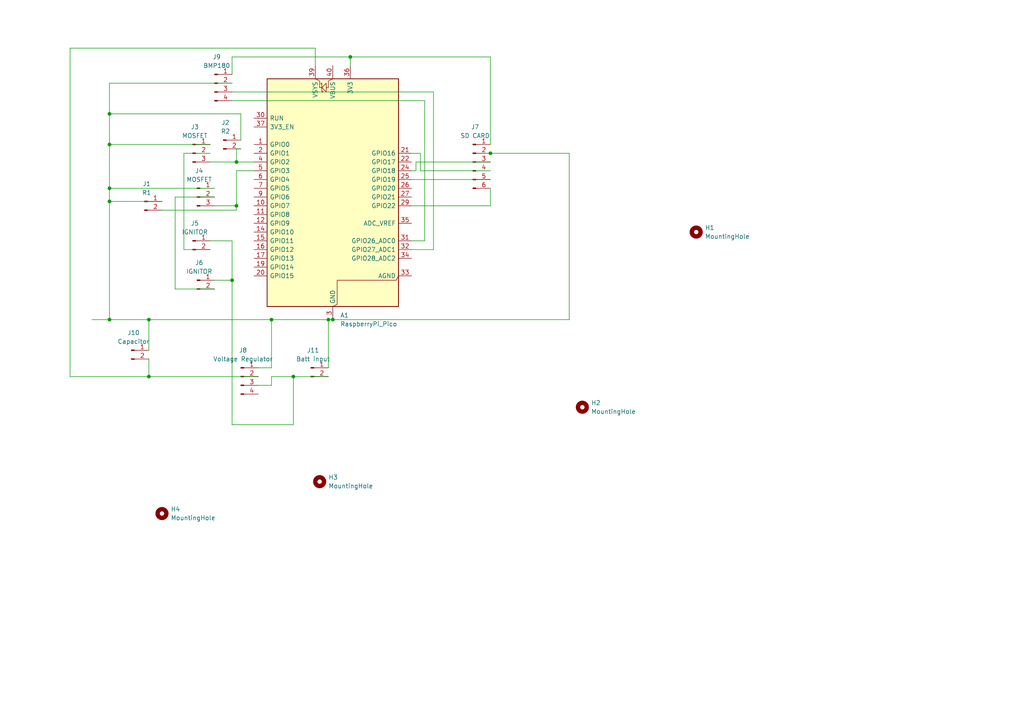
<source format=kicad_sch>
(kicad_sch (version 20250114) (generator "eeschema") (generator_version "9.0")
  (paper "A4")
  (lib_symbols
    (symbol "Connector:Conn_01x02_Pin" (pin_names (offset 1.016) (hide yes))
      (property "Reference" "J" (at 0 2.54 0))
      (property "Value" "Conn_01x02_Pin" (at 0 -5.08 0))
      (symbol "Conn_01x02_Pin_1_1"
        (rectangle (start 0.8636 0.127) (end 0 -0.127) (stroke (width 0.1524)) (fill (type outline)))
        (rectangle (start 0.8636 -2.413) (end 0 -2.667) (stroke (width 0.1524)) (fill (type outline)))
        (polyline (pts (xy 1.27 0) (xy 0.8636 0)) (stroke (width 0.1524)))
        (polyline (pts (xy 1.27 -2.54) (xy 0.8636 -2.54)) (stroke (width 0.1524)))
        (pin passive line (at 5.08 0 180) (length 3.81) (name "Pin_1") (number "1"))
        (pin passive line (at 5.08 -2.54 180) (length 3.81) (name "Pin_2") (number "2"))
      )
    )
    (symbol "Connector:Conn_01x03_Pin" (pin_names (offset 1.016) (hide yes))
      (property "Reference" "J" (at 0 5.08 0))
      (property "Value" "Conn_01x03_Pin" (at 0 -5.08 0))
      (symbol "Conn_01x03_Pin_1_1"
        (rectangle (start 0.8636 2.667) (end 0 2.413) (stroke (width 0.1524)) (fill (type outline)))
        (rectangle (start 0.8636 0.127) (end 0 -0.127) (stroke (width 0.1524)) (fill (type outline)))
        (rectangle (start 0.8636 -2.413) (end 0 -2.667) (stroke (width 0.1524)) (fill (type outline)))
        (polyline (pts (xy 1.27 2.54) (xy 0.8636 2.54)) (stroke (width 0.1524)))
        (polyline (pts (xy 1.27 0) (xy 0.8636 0)) (stroke (width 0.1524)))
        (polyline (pts (xy 1.27 -2.54) (xy 0.8636 -2.54)) (stroke (width 0.1524)))
        (pin passive line (at 5.08 2.54 180) (length 3.81) (name "Pin_1") (number "1"))
        (pin passive line (at 5.08 0 180) (length 3.81) (name "Pin_2") (number "2"))
        (pin passive line (at 5.08 -2.54 180) (length 3.81) (name "Pin_3") (number "3"))
      )
    )
    (symbol "Connector:Conn_01x04_Pin" (pin_names (offset 1.016) (hide yes))
      (property "Reference" "J" (at 0 5.08 0))
      (property "Value" "Conn_01x04_Pin" (at 0 -7.62 0))
      (symbol "Conn_01x04_Pin_1_1"
        (rectangle (start 0.8636 2.667) (end 0 2.413) (stroke (width 0.1524)) (fill (type outline)))
        (rectangle (start 0.8636 0.127) (end 0 -0.127) (stroke (width 0.1524)) (fill (type outline)))
        (rectangle (start 0.8636 -2.413) (end 0 -2.667) (stroke (width 0.1524)) (fill (type outline)))
        (rectangle (start 0.8636 -4.953) (end 0 -5.207) (stroke (width 0.1524)) (fill (type outline)))
        (polyline (pts (xy 1.27 2.54) (xy 0.8636 2.54)) (stroke (width 0.1524)))
        (polyline (pts (xy 1.27 0) (xy 0.8636 0)) (stroke (width 0.1524)))
        (polyline (pts (xy 1.27 -2.54) (xy 0.8636 -2.54)) (stroke (width 0.1524)))
        (polyline (pts (xy 1.27 -5.08) (xy 0.8636 -5.08)) (stroke (width 0.1524)))
        (pin passive line (at 5.08 2.54 180) (length 3.81) (name "Pin_1") (number "1"))
        (pin passive line (at 5.08 0 180) (length 3.81) (name "Pin_2") (number "2"))
        (pin passive line (at 5.08 -2.54 180) (length 3.81) (name "Pin_3") (number "3"))
        (pin passive line (at 5.08 -5.08 180) (length 3.81) (name "Pin_4") (number "4"))
      )
    )
    (symbol "Connector:Conn_01x06_Pin" (pin_names (offset 1.016) (hide yes))
      (property "Reference" "J" (at 0 7.62 0))
      (property "Value" "Conn_01x06_Pin" (at 0 -10.16 0))
      (symbol "Conn_01x06_Pin_1_1"
        (rectangle (start 0.8636 5.207) (end 0 4.953) (stroke (width 0.1524)) (fill (type outline)))
        (rectangle (start 0.8636 2.667) (end 0 2.413) (stroke (width 0.1524)) (fill (type outline)))
        (rectangle (start 0.8636 0.127) (end 0 -0.127) (stroke (width 0.1524)) (fill (type outline)))
        (rectangle (start 0.8636 -2.413) (end 0 -2.667) (stroke (width 0.1524)) (fill (type outline)))
        (rectangle (start 0.8636 -4.953) (end 0 -5.207) (stroke (width 0.1524)) (fill (type outline)))
        (rectangle (start 0.8636 -7.493) (end 0 -7.747) (stroke (width 0.1524)) (fill (type outline)))
        (polyline (pts (xy 1.27 5.08) (xy 0.8636 5.08)) (stroke (width 0.1524)))
        (polyline (pts (xy 1.27 2.54) (xy 0.8636 2.54)) (stroke (width 0.1524)))
        (polyline (pts (xy 1.27 0) (xy 0.8636 0)) (stroke (width 0.1524)))
        (polyline (pts (xy 1.27 -2.54) (xy 0.8636 -2.54)) (stroke (width 0.1524)))
        (polyline (pts (xy 1.27 -5.08) (xy 0.8636 -5.08)) (stroke (width 0.1524)))
        (polyline (pts (xy 1.27 -7.62) (xy 0.8636 -7.62)) (stroke (width 0.1524)))
        (pin passive line (at 5.08 5.08 180) (length 3.81) (name "Pin_1") (number "1"))
        (pin passive line (at 5.08 2.54 180) (length 3.81) (name "Pin_2") (number "2"))
        (pin passive line (at 5.08 0 180) (length 3.81) (name "Pin_3") (number "3"))
        (pin passive line (at 5.08 -2.54 180) (length 3.81) (name "Pin_4") (number "4"))
        (pin passive line (at 5.08 -5.08 180) (length 3.81) (name "Pin_5") (number "5"))
        (pin passive line (at 5.08 -7.62 180) (length 3.81) (name "Pin_6") (number "6"))
      )
    )
    (symbol "MCU_Module:RaspberryPi_Pico" (pin_names (offset 0.762))
      (property "Reference" "A" (at -19.05 35.56 0))
      (property "Value" "RaspberryPi_Pico" (at 7.62 35.56 0))
      (symbol "RaspberryPi_Pico_0_1"
        (rectangle (start -19.05 34.29) (end 19.05 -31.75) (stroke (width 0.254)) (fill (type background)))
        (polyline (pts (xy -5.08 34.29) (xy -3.81 33.655) (xy -3.81 31.75) (xy -3.175 31.75)))
        (polyline (pts (xy -3.429 32.766) (xy -3.429 33.02) (xy -3.175 33.02) (xy -3.175 30.48) (xy -2.921 30.48) (xy -2.921 30.734)))
        (polyline (pts (xy -3.175 31.75) (xy -1.905 33.02) (xy -1.905 30.48) (xy -3.175 31.75)))
        (polyline (pts (xy 0 34.29) (xy -1.27 33.655) (xy -1.27 31.75) (xy -1.905 31.75)))
        (polyline (pts (xy 0 -31.75) (xy 1.27 -31.115) (xy 1.27 -24.13) (xy 18.415 -24.13) (xy 19.05 -22.86)))
      )
      (symbol "RaspberryPi_Pico_1_1"
        (pin passive line (at -22.86 22.86 0) (length 3.81) (name "RUN") (number "30"))
        (pin passive line (at -22.86 20.32 0) (length 3.81) (name "3V3_EN") (number "37"))
        (pin bidirectional line (at -22.86 15.24 0) (length 3.81) (name "GPIO0") (number "1"))
        (pin bidirectional line (at -22.86 12.7 0) (length 3.81) (name "GPIO1") (number "2"))
        (pin bidirectional line (at -22.86 10.16 0) (length 3.81) (name "GPIO2") (number "4"))
        (pin bidirectional line (at -22.86 7.62 0) (length 3.81) (name "GPIO3") (number "5"))
        (pin bidirectional line (at -22.86 5.08 0) (length 3.81) (name "GPIO4") (number "6"))
        (pin bidirectional line (at -22.86 2.54 0) (length 3.81) (name "GPIO5") (number "7"))
        (pin bidirectional line (at -22.86 0 0) (length 3.81) (name "GPIO6") (number "9"))
        (pin bidirectional line (at -22.86 -2.54 0) (length 3.81) (name "GPIO7") (number "10"))
        (pin bidirectional line (at -22.86 -5.08 0) (length 3.81) (name "GPIO8") (number "11"))
        (pin bidirectional line (at -22.86 -7.62 0) (length 3.81) (name "GPIO9") (number "12"))
        (pin bidirectional line (at -22.86 -10.16 0) (length 3.81) (name "GPIO10") (number "14"))
        (pin bidirectional line (at -22.86 -12.7 0) (length 3.81) (name "GPIO11") (number "15"))
        (pin bidirectional line (at -22.86 -15.24 0) (length 3.81) (name "GPIO12") (number "16"))
        (pin bidirectional line (at -22.86 -17.78 0) (length 3.81) (name "GPIO13") (number "17"))
        (pin bidirectional line (at -22.86 -20.32 0) (length 3.81) (name "GPIO14") (number "19"))
        (pin bidirectional line (at -22.86 -22.86 0) (length 3.81) (name "GPIO15") (number "20"))
        (pin power_in line (at -5.08 38.1 270) (length 3.81) (name "VSYS") (number "39"))
        (pin power_out line (at 0 38.1 270) (length 3.81) (name "VBUS") (number "40"))
        (pin passive line (at 0 -35.56 90) (length 3.81) (hide yes) (name "GND") (number "13"))
        (pin passive line (at 0 -35.56 90) (length 3.81) (hide yes) (name "GND") (number "18"))
        (pin passive line (at 0 -35.56 90) (length 3.81) (hide yes) (name "GND") (number "23"))
        (pin passive line (at 0 -35.56 90) (length 3.81) (hide yes) (name "GND") (number "28"))
        (pin power_out line (at 0 -35.56 90) (length 3.81) (name "GND") (number "3"))
        (pin passive line (at 0 -35.56 90) (length 3.81) (hide yes) (name "GND") (number "38"))
        (pin passive line (at 0 -35.56 90) (length 3.81) (hide yes) (name "GND") (number "8"))
        (pin power_out line (at 5.08 38.1 270) (length 3.81) (name "3V3") (number "36"))
        (pin bidirectional line (at 22.86 12.7 180) (length 3.81) (name "GPIO16") (number "21"))
        (pin bidirectional line (at 22.86 10.16 180) (length 3.81) (name "GPIO17") (number "22"))
        (pin bidirectional line (at 22.86 7.62 180) (length 3.81) (name "GPIO18") (number "24"))
        (pin bidirectional line (at 22.86 5.08 180) (length 3.81) (name "GPIO19") (number "25"))
        (pin bidirectional line (at 22.86 2.54 180) (length 3.81) (name "GPIO20") (number "26"))
        (pin bidirectional line (at 22.86 0 180) (length 3.81) (name "GPIO21") (number "27"))
        (pin bidirectional line (at 22.86 -2.54 180) (length 3.81) (name "GPIO22") (number "29"))
        (pin power_in line (at 22.86 -7.62 180) (length 3.81) (name "ADC_VREF") (number "35"))
        (pin bidirectional line (at 22.86 -12.7 180) (length 3.81) (name "GPIO26_ADC0") (number "31"))
        (pin bidirectional line (at 22.86 -15.24 180) (length 3.81) (name "GPIO27_ADC1") (number "32"))
        (pin bidirectional line (at 22.86 -17.78 180) (length 3.81) (name "GPIO28_ADC2") (number "34"))
        (pin power_out line (at 22.86 -22.86 180) (length 3.81) (name "AGND") (number "33"))
      )
    )
    (symbol "Mechanical:MountingHole" (pin_names (offset 1.016)) (in_bom no)
      (property "Reference" "H" (at 0 5.08 0))
      (property "Value" "MountingHole" (at 0 3.175 0))
      (symbol "MountingHole_0_1"
        (circle (center 0 0) (radius 1.27) (stroke (width 1.27)))
      )
    )
  )
  (junction (at 43.18 92.71))
  (junction (at 67.31 81.28))
  (junction (at 85.09 109.22))
  (junction (at 101.6 16.51))
  (junction (at 68.58 59.69))
  (junction (at 95.25 92.71))
  (junction (at 142.24 44.45))
  (junction (at 96.52 92.71))
  (junction (at 31.75 41.91))
  (junction (at 78.74 92.71))
  (junction (at 31.75 92.71))
  (junction (at 43.18 109.22))
  (junction (at 31.75 54.61))
  (junction (at 31.75 33.02))
  (junction (at 31.75 58.42))
  (junction (at 68.58 46.99))
  (wire (pts (xy 31.75 24.13) (xy 31.75 33.02)))
  (wire (pts (xy 31.75 92.71) (xy 43.18 92.71)))
  (wire (pts (xy 20.32 13.97) (xy 91.44 13.97)))
  (wire (pts (xy 67.31 69.85) (xy 60.96 69.85)))
  (wire (pts (xy 31.75 41.91) (xy 31.75 54.61)))
  (wire (pts (xy 125.73 26.67) (xy 125.73 72.39)))
  (wire (pts (xy 120.65 49.53) (xy 119.38 49.53)))
  (wire (pts (xy 119.38 52.07) (xy 142.24 52.07)))
  (wire (pts (xy 101.6 16.51) (xy 142.24 16.51)))
  (wire (pts (xy 68.58 46.99) (xy 68.58 43.18)))
  (wire (pts (xy 142.24 46.99) (xy 120.65 46.99)))
  (wire (pts (xy 142.24 16.51) (xy 142.24 41.91)))
  (wire (pts (xy 68.58 60.96) (xy 46.99 60.96)))
  (wire (pts (xy 119.38 69.85) (xy 123.19 69.85)))
  (wire (pts (xy 78.74 111.76) (xy 74.93 111.76)))
  (wire (pts (xy 43.18 104.14) (xy 43.18 109.22)))
  (wire (pts (xy 101.6 16.51) (xy 67.31 16.51)))
  (wire (pts (xy 74.93 109.22) (xy 43.18 109.22)))
  (wire (pts (xy 121.92 49.53) (xy 121.92 44.45)))
  (wire (pts (xy 165.1 44.45) (xy 165.1 92.71)))
  (wire (pts (xy 95.25 109.22) (xy 85.09 109.22)))
  (wire (pts (xy 31.75 33.02) (xy 31.75 41.91)))
  (wire (pts (xy 142.24 59.69) (xy 119.38 59.69)))
  (wire (pts (xy 125.73 72.39) (xy 119.38 72.39)))
  (wire (pts (xy 67.31 26.67) (xy 125.73 26.67)))
  (wire (pts (xy 78.74 92.71) (xy 78.74 106.68)))
  (wire (pts (xy 85.09 109.22) (xy 78.74 109.22)))
  (wire (pts (xy 69.85 40.64) (xy 69.85 33.02)))
  (wire (pts (xy 85.09 123.19) (xy 67.31 123.19)))
  (wire (pts (xy 120.65 46.99) (xy 120.65 49.53)))
  (wire (pts (xy 67.31 69.85) (xy 67.31 81.28)))
  (wire (pts (xy 68.58 59.69) (xy 68.58 49.53)))
  (wire (pts (xy 142.24 49.53) (xy 121.92 49.53)))
  (wire (pts (xy 50.8 57.15) (xy 62.23 57.15)))
  (wire (pts (xy 31.75 58.42) (xy 46.99 58.42)))
  (wire (pts (xy 43.18 92.71) (xy 78.74 92.71)))
  (wire (pts (xy 62.23 81.28) (xy 67.31 81.28)))
  (wire (pts (xy 68.58 46.99) (xy 73.66 46.99)))
  (wire (pts (xy 140.97 44.45) (xy 142.24 44.45)))
  (wire (pts (xy 31.75 41.91) (xy 60.96 41.91)))
  (wire (pts (xy 121.92 44.45) (xy 119.38 44.45)))
  (wire (pts (xy 67.31 24.13) (xy 31.75 24.13)))
  (wire (pts (xy 60.96 46.99) (xy 68.58 46.99)))
  (wire (pts (xy 31.75 54.61) (xy 62.23 54.61)))
  (wire (pts (xy 69.85 33.02) (xy 31.75 33.02)))
  (wire (pts (xy 67.31 16.51) (xy 67.31 21.59)))
  (wire (pts (xy 20.32 109.22) (xy 20.32 13.97)))
  (wire (pts (xy 123.19 69.85) (xy 123.19 29.21)))
  (wire (pts (xy 62.23 83.82) (xy 50.8 83.82)))
  (wire (pts (xy 62.23 59.69) (xy 68.58 59.69)))
  (wire (pts (xy 43.18 109.22) (xy 20.32 109.22)))
  (wire (pts (xy 67.31 81.28) (xy 67.31 123.19)))
  (wire (pts (xy 31.75 54.61) (xy 31.75 58.42)))
  (wire (pts (xy 91.44 13.97) (xy 91.44 19.05)))
  (wire (pts (xy 26.67 92.71) (xy 31.75 92.71)))
  (wire (pts (xy 123.19 29.21) (xy 67.31 29.21)))
  (wire (pts (xy 74.93 106.68) (xy 78.74 106.68)))
  (wire (pts (xy 68.58 49.53) (xy 73.66 49.53)))
  (wire (pts (xy 31.75 58.42) (xy 31.75 92.71)))
  (wire (pts (xy 68.58 59.69) (xy 68.58 60.96)))
  (wire (pts (xy 101.6 19.05) (xy 101.6 16.51)))
  (wire (pts (xy 85.09 109.22) (xy 85.09 123.19)))
  (wire (pts (xy 50.8 57.15) (xy 50.8 83.82)))
  (wire (pts (xy 96.52 92.71) (xy 165.1 92.71)))
  (wire (pts (xy 142.24 44.45) (xy 165.1 44.45)))
  (wire (pts (xy 95.25 92.71) (xy 96.52 92.71)))
  (wire (pts (xy 78.74 92.71) (xy 95.25 92.71)))
  (wire (pts (xy 78.74 109.22) (xy 78.74 111.76)))
  (wire (pts (xy 53.34 44.45) (xy 60.96 44.45)))
  (wire (pts (xy 53.34 44.45) (xy 53.34 72.39)))
  (wire (pts (xy 68.58 43.18) (xy 69.85 43.18)))
  (wire (pts (xy 43.18 92.71) (xy 43.18 101.6)))
  (wire (pts (xy 95.25 106.68) (xy 95.25 92.71)))
  (wire (pts (xy 60.96 72.39) (xy 53.34 72.39)))
  (wire (pts (xy 142.24 54.61) (xy 142.24 59.69)))
  (symbol (lib_id "Connector:Conn_01x02_Pin") (at 41.91 58.42 0) (unit 1)
    (property "Reference" "J1" (at 42.545 53.34 0))
    (property "Value" "R1" (at 42.545 55.88 0))
    (property "Footprint" "Connector_PinSocket_2.54mm:PinSocket_1x02_P2.54mm_Vertical" (effects (hide yes)))
  )
  (symbol (lib_id "Connector:Conn_01x04_Pin") (at 69.85 109.22 0) (unit 1)
    (property "Reference" "J8" (at 70.485 101.6 0))
    (property "Value" "Voltage Regulator" (at 70.485 104.14 0))
    (property "Footprint" "Connector_PinSocket_2.54mm:PinSocket_1x04_P2.54mm_Vertical" (effects (hide yes)))
  )
  (symbol (lib_id "Connector:Conn_01x02_Pin") (at 90.17 106.68 0) (unit 1)
    (property "Reference" "J11" (at 90.805 101.6 0))
    (property "Value" "Batt input" (at 90.805 104.14 0))
    (property "Footprint" "Connector_PinSocket_2.54mm:PinSocket_1x02_P2.54mm_Vertical" (effects (hide yes)))
  )
  (symbol (lib_id "Mechanical:MountingHole") (at 168.91 118.11 0) (unit 1) (in_bom no)
    (property "Reference" "H2" (at 171.45 116.8399 0) (effects (justify left)))
    (property "Value" "MountingHole" (at 171.45 119.3799 0) (effects (justify left)))
    (property "Footprint" "MountingHole:MountingHole_2.2mm_M2" (effects (hide yes)))
    (property "Description" "Mounting Hole without connection" (effects (hide yes)))
  )
  (symbol (lib_id "Mechanical:MountingHole") (at 46.9834 148.9497 0) (unit 1) (in_bom no)
    (property "Reference" "H4" (at 49.5234 147.6796 0) (effects (justify left)))
    (property "Value" "MountingHole" (at 49.5234 150.2196 0) (effects (justify left)))
    (property "Footprint" "MountingHole:MountingHole_2.2mm_M2" (effects (hide yes)))
    (property "Description" "Mounting Hole without connection" (effects (hide yes)))
  )
  (symbol (lib_id "Mechanical:MountingHole") (at 201.93 67.31 0) (unit 1) (in_bom no)
    (property "Reference" "H1" (at 204.47 66.0399 0) (effects (justify left)))
    (property "Value" "MountingHole" (at 204.47 68.5799 0) (effects (justify left)))
    (property "Footprint" "MountingHole:MountingHole_2.2mm_M2" (effects (hide yes)))
    (property "Description" "Mounting Hole without connection" (effects (hide yes)))
  )
  (symbol (lib_id "Connector:Conn_01x02_Pin") (at 57.15 81.28 0) (unit 1)
    (property "Reference" "J6" (at 57.785 76.2 0))
    (property "Value" "IGNITOR" (at 57.785 78.74 0))
    (property "Footprint" "Connector_PinSocket_2.54mm:PinSocket_1x02_P2.54mm_Vertical" (effects (hide yes)))
  )
  (symbol (lib_id "Connector:Conn_01x06_Pin") (at 137.16 46.99 0) (unit 1)
    (property "Reference" "J7" (at 137.795 36.83 0))
    (property "Value" "SD CARD" (at 137.795 39.37 0))
    (property "Footprint" "Connector_PinSocket_2.54mm:PinSocket_1x06_P2.54mm_Vertical" (effects (hide yes)))
  )
  (symbol (lib_id "Connector:Conn_01x02_Pin") (at 64.77 40.64 0) (unit 1)
    (property "Reference" "J2" (at 65.405 35.56 0))
    (property "Value" "R2" (at 65.405 38.1 0))
    (property "Footprint" "Connector_PinSocket_2.54mm:PinSocket_1x02_P2.54mm_Vertical" (effects (hide yes)))
  )
  (symbol (lib_id "Connector:Conn_01x03_Pin") (at 55.88 44.45 0) (unit 1)
    (property "Reference" "J3" (at 56.515 36.83 0))
    (property "Value" "MOSFET" (at 56.515 39.37 0))
    (property "Footprint" "Connector_PinSocket_2.54mm:PinSocket_1x03_P2.54mm_Vertical" (effects (hide yes)))
  )
  (symbol (lib_id "Connector:Conn_01x02_Pin") (at 55.88 69.85 0) (unit 1)
    (property "Reference" "J5" (at 56.515 64.77 0))
    (property "Value" "IGNITOR" (at 56.515 67.31 0))
    (property "Footprint" "Connector_PinSocket_2.54mm:PinSocket_1x02_P2.54mm_Vertical" (effects (hide yes)))
  )
  (symbol (lib_id "Connector:Conn_01x04_Pin") (at 62.23 24.13 0) (unit 1)
    (property "Reference" "J9" (at 62.865 16.51 0))
    (property "Value" "BMP180" (at 62.865 19.05 0))
    (property "Footprint" "Connector_PinSocket_2.54mm:PinSocket_1x04_P2.54mm_Vertical" (effects (hide yes)))
  )
  (symbol (lib_id "Mechanical:MountingHole") (at 92.71 139.7 0) (unit 1) (in_bom no)
    (property "Reference" "H3" (at 95.25 138.4299 0) (effects (justify left)))
    (property "Value" "MountingHole" (at 95.25 140.9699 0) (effects (justify left)))
    (property "Footprint" "MountingHole:MountingHole_2.2mm_M2" (effects (hide yes)))
    (property "Description" "Mounting Hole without connection" (effects (hide yes)))
  )
  (symbol (lib_id "Connector:Conn_01x03_Pin") (at 57.15 57.15 0) (unit 1)
    (property "Reference" "J4" (at 57.785 49.53 0))
    (property "Value" "MOSFET" (at 57.785 52.07 0))
    (property "Footprint" "Connector_PinSocket_2.54mm:PinSocket_1x03_P2.54mm_Vertical" (effects (hide yes)))
  )
  (symbol (lib_id "MCU_Module:RaspberryPi_Pico") (at 96.52 57.15 0) (unit 1)
    (property "Reference" "A1" (at 98.6633 91.44 0) (effects (justify left)))
    (property "Value" "RaspberryPi_Pico" (at 98.6633 93.98 0) (effects (justify left)))
    (property "Footprint" "Module:RaspberryPi_Pico_Common_Unspecified" (effects (hide yes)))
    (property "Datasheet" "https://datasheets.raspberrypi.com/pico/pico-datasheet.pdf" (effects (hide yes)))
    (property "Description" "Versatile and inexpensive microcontroller module powered by RP2040 dual-core Arm Cortex-M0+ processor up to 133 MHz, 264kB SRAM, 2MB QSPI flash; also supports Raspberry Pi Pico 2" (effects (hide yes)))
  )
  (symbol (lib_id "Connector:Conn_01x02_Pin") (at 38.1 101.6 0) (unit 1)
    (property "Reference" "J10" (at 38.735 96.52 0))
    (property "Value" "Capacitor" (at 38.735 99.06 0))
    (property "Footprint" "Connector_PinSocket_2.54mm:PinSocket_1x02_P2.54mm_Vertical" (effects (hide yes)))
  )
)
</source>
